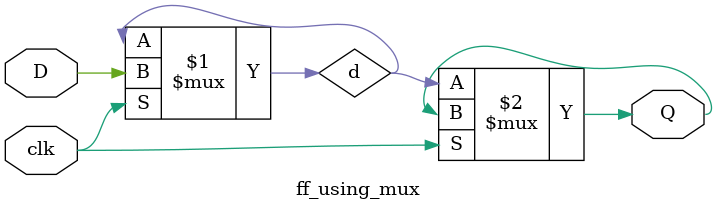
<source format=v>
`timescale 1ns / 1ps


module ff_using_mux(
    input D, input clk, output Q
    );
    
    wire d;
    assign d = clk ? D : d;
    assign Q = clk ? Q : d;
endmodule

</source>
